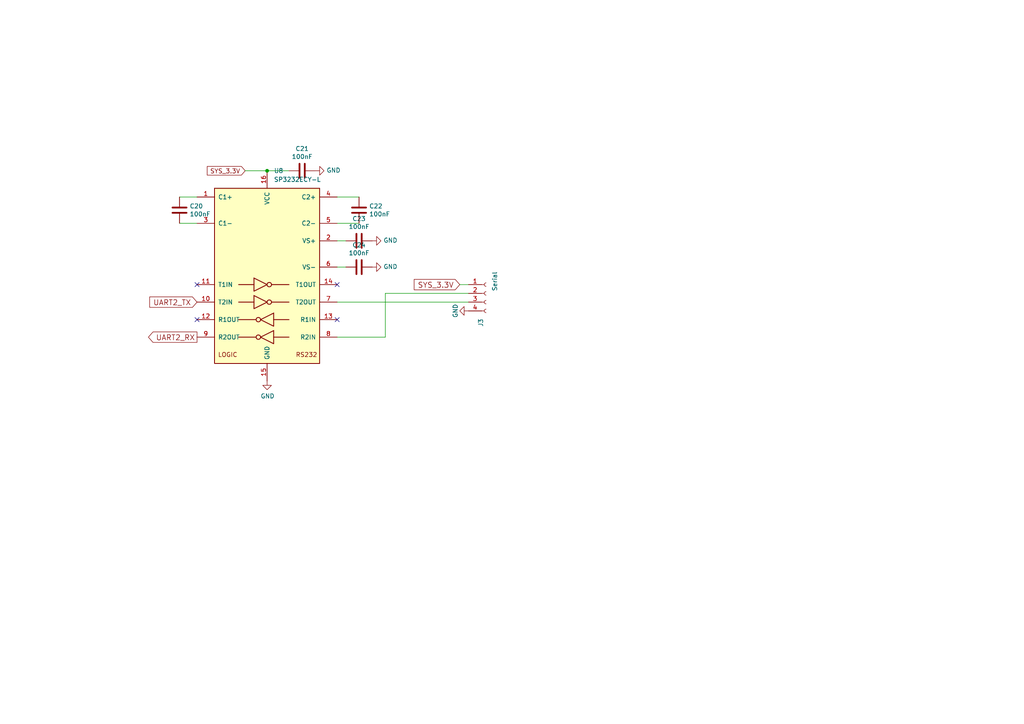
<source format=kicad_sch>
(kicad_sch (version 20230121) (generator eeschema)
  (paper "A4")
  (lib_symbols
    (symbol "Connector:Conn_01x04_Female" (pin_names (offset 1.016) hide)
      (property "Reference" "J" (at 0 5.08 0))
      (property "Value" "Conn_01x04_Female" (at 0 -7.62 0))
      (symbol "Conn_01x04_Female_1_1"
        (arc (start 0 -4.572) (mid -0.5058 -5.08) (end 0 -5.588) (stroke (width 0.1524)))
        (arc (start 0 -2.032) (mid -0.5058 -2.54) (end 0 -3.048) (stroke (width 0.1524)))
        (polyline (pts (xy -1.27 -5.08) (xy -0.508 -5.08)) (stroke (width 0.1524)))
        (polyline (pts (xy -1.27 -2.54) (xy -0.508 -2.54)) (stroke (width 0.1524)))
        (polyline (pts (xy -1.27 0) (xy -0.508 0)) (stroke (width 0.1524)))
        (polyline (pts (xy -1.27 2.54) (xy -0.508 2.54)) (stroke (width 0.1524)))
        (arc (start 0 0.508) (mid -0.5058 0) (end 0 -0.508) (stroke (width 0.1524)))
        (arc (start 0 3.048) (mid -0.5058 2.54) (end 0 2.032) (stroke (width 0.1524)))
        (pin passive line (at -5.08 2.54 0) (length 3.81) (name "Pin_1") (number "1"))
        (pin passive line (at -5.08 0 0) (length 3.81) (name "Pin_2") (number "2"))
        (pin passive line (at -5.08 -2.54 0) (length 3.81) (name "Pin_3") (number "3"))
        (pin passive line (at -5.08 -5.08 0) (length 3.81) (name "Pin_4") (number "4"))
      )
    )
    (symbol "Device:C" (pin_numbers hide) (pin_names (offset 0.254))
      (property "Reference" "C" (at 0.635 2.54 0))
      (property "Value" "C" (at 0.635 -2.54 0))
      (symbol "C_0_1"
        (polyline (pts (xy -2.032 -0.762) (xy 2.032 -0.762)) (stroke (width 0.508)))
        (polyline (pts (xy -2.032 0.762) (xy 2.032 0.762)) (stroke (width 0.508)))
      )
      (symbol "C_1_1"
        (pin passive line (at 0 3.81 270) (length 2.794) (name "~") (number "1"))
        (pin passive line (at 0 -3.81 90) (length 2.794) (name "~") (number "2"))
      )
    )
    (symbol "Interface_UART:MAX3232" (pin_names (offset 1.016))
      (property "Reference" "U" (at -2.54 28.575 0))
      (property "Value" "MAX3232" (at -2.54 26.67 0))
      (symbol "MAX3232_0_0"
        (text "LOGIC" (at -11.43 -22.86 0) (effects (font (size 1.27 1.27))))
        (text "RS232" (at 11.43 -22.86 0) (effects (font (size 1.27 1.27))))
      )
      (symbol "MAX3232_0_1"
        (rectangle (start -15.24 -25.4) (end 15.24 25.4) (stroke (width 0.254)) (fill (type background)))
        (circle (center -2.54 -17.78) (radius 0.635) (stroke (width 0.254)))
        (circle (center -2.54 -12.7) (radius 0.635) (stroke (width 0.254)))
        (polyline (pts (xy -3.81 -7.62) (xy -8.255 -7.62)) (stroke (width 0.254)))
        (polyline (pts (xy -3.81 -2.54) (xy -8.255 -2.54)) (stroke (width 0.254)))
        (polyline (pts (xy -3.175 -17.78) (xy -8.255 -17.78)) (stroke (width 0.254)))
        (polyline (pts (xy -3.175 -12.7) (xy -8.255 -12.7)) (stroke (width 0.254)))
        (polyline (pts (xy 1.27 -7.62) (xy 6.35 -7.62)) (stroke (width 0.254)))
        (polyline (pts (xy 1.27 -2.54) (xy 6.35 -2.54)) (stroke (width 0.254)))
        (polyline (pts (xy 1.905 -17.78) (xy 6.35 -17.78)) (stroke (width 0.254)))
        (polyline (pts (xy 1.905 -12.7) (xy 6.35 -12.7)) (stroke (width 0.254)))
        (polyline (pts (xy -3.81 -5.715) (xy -3.81 -9.525) (xy 0 -7.62) (xy -3.81 -5.715)) (stroke (width 0.254)))
        (polyline (pts (xy -3.81 -0.635) (xy -3.81 -4.445) (xy 0 -2.54) (xy -3.81 -0.635)) (stroke (width 0.254)))
        (polyline (pts (xy 1.905 -15.875) (xy 1.905 -19.685) (xy -1.905 -17.78) (xy 1.905 -15.875)) (stroke (width 0.254)))
        (polyline (pts (xy 1.905 -10.795) (xy 1.905 -14.605) (xy -1.905 -12.7) (xy 1.905 -10.795)) (stroke (width 0.254)))
        (circle (center 0.635 -7.62) (radius 0.635) (stroke (width 0.254)))
        (circle (center 0.635 -2.54) (radius 0.635) (stroke (width 0.254)))
      )
      (symbol "MAX3232_1_1"
        (pin passive line (at -20.32 22.86 0) (length 5.08) (name "C1+") (number "1"))
        (pin input line (at -20.32 -7.62 0) (length 5.08) (name "T2IN") (number "10"))
        (pin input line (at -20.32 -2.54 0) (length 5.08) (name "T1IN") (number "11"))
        (pin output line (at -20.32 -12.7 0) (length 5.08) (name "R1OUT") (number "12"))
        (pin input line (at 20.32 -12.7 180) (length 5.08) (name "R1IN") (number "13"))
        (pin output line (at 20.32 -2.54 180) (length 5.08) (name "T1OUT") (number "14"))
        (pin power_in line (at 0 -30.48 90) (length 5.08) (name "GND") (number "15"))
        (pin power_in line (at 0 30.48 270) (length 5.08) (name "VCC") (number "16"))
        (pin power_out line (at 20.32 10.16 180) (length 5.08) (name "VS+") (number "2"))
        (pin passive line (at -20.32 15.24 0) (length 5.08) (name "C1-") (number "3"))
        (pin passive line (at 20.32 22.86 180) (length 5.08) (name "C2+") (number "4"))
        (pin passive line (at 20.32 15.24 180) (length 5.08) (name "C2-") (number "5"))
        (pin power_out line (at 20.32 2.54 180) (length 5.08) (name "VS-") (number "6"))
        (pin output line (at 20.32 -7.62 180) (length 5.08) (name "T2OUT") (number "7"))
        (pin input line (at 20.32 -17.78 180) (length 5.08) (name "R2IN") (number "8"))
        (pin output line (at -20.32 -17.78 0) (length 5.08) (name "R2OUT") (number "9"))
      )
    )
    (symbol "power:GND" (power) (pin_names (offset 0))
      (property "Value" "GND" (at 0 -3.81 0))
      (symbol "GND_0_1"
        (polyline (pts (xy 0 0) (xy 0 -1.27) (xy 1.27 -1.27) (xy 0 -2.54) (xy -1.27 -1.27) (xy 0 -1.27)))
      )
      (symbol "GND_1_1"
        (pin power_in line (at 0 0 270) (length 0) hide (name "GND") (number "1"))
      )
    )
  )
  (junction (at 77.47 49.53))
  (no_connect (at 57.15 82.55))
  (no_connect (at 97.79 92.71))
  (no_connect (at 97.79 82.55))
  (no_connect (at 57.15 92.71))
  (wire (pts (xy 97.79 87.63) (xy 135.89 87.63)))
  (wire (pts (xy 104.14 57.15) (xy 97.79 57.15)))
  (wire (pts (xy 135.89 82.55) (xy 133.35 82.55)))
  (wire (pts (xy 57.15 57.15) (xy 52.07 57.15)))
  (wire (pts (xy 111.76 85.09) (xy 111.76 97.79)))
  (wire (pts (xy 97.79 64.77) (xy 104.14 64.77)))
  (wire (pts (xy 71.12 49.53) (xy 77.47 49.53)))
  (wire (pts (xy 97.79 69.85) (xy 100.33 69.85)))
  (wire (pts (xy 111.76 97.79) (xy 97.79 97.79)))
  (wire (pts (xy 100.33 77.47) (xy 97.79 77.47)))
  (wire (pts (xy 83.82 49.53) (xy 77.47 49.53)))
  (wire (pts (xy 57.15 64.77) (xy 52.07 64.77)))
  (wire (pts (xy 111.76 85.09) (xy 135.89 85.09)))
  (global_label "UART2_TX" (shape input) (at 57.15 87.63 180) (effects (font (size 1.524 1.524))) (property "Intersheetrefs" "${INTERSHEET_REFS}" (effects hide)))
  (global_label "SYS_3.3V" (shape input) (at 71.12 49.53 180) (property "Intersheetrefs" "${INTERSHEET_REFS}" (effects hide)))
  (global_label "SYS_3.3V" (shape input) (at 133.35 82.55 180) (effects (font (size 1.524 1.524))) (property "Intersheetrefs" "${INTERSHEET_REFS}" (effects hide)))
  (global_label "UART2_RX" (shape output) (at 57.15 97.79 180) (effects (font (size 1.524 1.524))) (property "Intersheetrefs" "${INTERSHEET_REFS}" (effects hide)))
  (symbol (lib_id "Device:C") (at 104.14 77.47 270) (unit 1)
    (property "Reference" "C24" (at 104.14 71.0692 90))
    (property "Value" "100nF" (at 104.14 73.3806 90))
    (property "Footprint" "Capacitor_SMD:C_0603_1608Metric" (effects hide))
    (property "Datasheet" "https://datasheet.lcsc.com/szlcsc/YAGEO-CC0805KRX7R9BB104_C49678.pdf" (effects hide))
    (property "ManufacturerPartNumber" "CC0603KRX7R9BB104" (effects hide))
    (property "Package" "0805" (effects hide))
    (property "LCSC Part #" "C14663" (effects hide))
    (property "Manufacturer" "Samsung Electro-Mechanics" (effects hide))
    (property "IncludeInBOM" "TRUE" (effects hide))
    (instances (project "WiRoc_NanoPi" (path "" (reference "C24") (unit 1))) (project "BTSerialClient" (path "" (reference "C7") (unit 1))))
  )
  (symbol (lib_id "power:GND") (at 107.95 77.47 90) (unit 1)
    (property "Reference" "#PWR026" (effects hide))
    (property "Value" "GND" (at 111.2012 77.343 90) (effects (justify right)))
    (instances (project "WiRoc_NanoPi" (path "" (reference "#PWR026") (unit 1))) (project "BTSerialClient" (path "" (reference "#PWR013") (unit 1))))
  )
  (symbol (lib_id "Device:C") (at 52.07 60.96 0) (unit 1)
    (property "Reference" "C20" (at 54.991 59.7916 0) (effects (justify left)))
    (property "Value" "100nF" (at 54.991 62.103 0) (effects (justify left)))
    (property "Footprint" "Capacitor_SMD:C_0603_1608Metric" (effects hide))
    (property "Datasheet" "https://datasheet.lcsc.com/szlcsc/YAGEO-CC0805KRX7R9BB104_C49678.pdf" (effects hide))
    (property "ManufacturerPartNumber" "CC0603KRX7R9BB104" (effects hide))
    (property "Package" "0805" (effects hide))
    (property "LCSC Part #" "C14663" (effects hide))
    (property "Manufacturer" "Samsung Electro-Mechanics" (effects hide))
    (property "IncludeInBOM" "TRUE" (effects hide))
    (instances (project "WiRoc_NanoPi" (path "" (reference "C20") (unit 1))) (project "BTSerialClient" (path "" (reference "C2") (unit 1))))
  )
  (symbol (lib_id "Device:C") (at 104.14 69.85 270) (unit 1)
    (property "Reference" "C23" (at 104.14 63.4492 90))
    (property "Value" "100nF" (at 104.14 65.7606 90))
    (property "Footprint" "Capacitor_SMD:C_0603_1608Metric" (effects hide))
    (property "Datasheet" "https://datasheet.lcsc.com/szlcsc/YAGEO-CC0805KRX7R9BB104_C49678.pdf" (effects hide))
    (property "ManufacturerPartNumber" "CC0603KRX7R9BB104" (effects hide))
    (property "Package" "0805" (effects hide))
    (property "LCSC Part #" "C14663" (effects hide))
    (property "Manufacturer" "Samsung Electro-Mechanics" (effects hide))
    (property "IncludeInBOM" "TRUE" (effects hide))
    (instances (project "WiRoc_NanoPi" (path "" (reference "C23") (unit 1))) (project "BTSerialClient" (path "" (reference "C6") (unit 1))))
  )
  (symbol (lib_id "power:GND") (at 107.95 69.85 90) (unit 1)
    (property "Reference" "#PWR025" (effects hide))
    (property "Value" "GND" (at 111.2012 69.723 90) (effects (justify right)))
    (instances (project "WiRoc_NanoPi" (path "" (reference "#PWR025") (unit 1))) (project "BTSerialClient" (path "" (reference "#PWR012") (unit 1))))
  )
  (symbol (lib_id "power:GND") (at 91.44 49.53 90) (unit 1)
    (property "Reference" "#PWR023" (effects hide))
    (property "Value" "GND" (at 94.6912 49.403 90) (effects (justify right)))
    (instances (project "WiRoc_NanoPi" (path "" (reference "#PWR023") (unit 1))) (project "BTSerialClient" (path "" (reference "#PWR011") (unit 1))))
  )
  (symbol (lib_id "Interface_UART:MAX3232") (at 77.47 80.01 0) (unit 1)
    (property "Reference" "U8" (at 79.4259 49.53 0) (effects (justify left)))
    (property "Value" "SP3232ECY-L" (at 79.4259 52.07 0) (effects (justify left)))
    (property "Footprint" "Package_SO:TSSOP-16_4.4x5mm_P0.65mm" (effects hide))
    (property "Datasheet" "https://datasheet.lcsc.com/lcsc/2304140030_MaxLinear-SP3232ECY-L_C31142.pdf" (effects hide))
    (property "IncludeInBOM" "TRUE" (effects hide))
    (property "ManufacturerPartNumber" "SP3232ECY-L" (effects hide))
    (property "Package" "TSSOP-16" (effects hide))
    (property "ThroughHole" "FALSE" (effects hide))
    (property "LCSC Part #" "C31142" (effects hide))
    (property "JLCPCB Rotation Offset" "-90" (effects hide))
    (property "Original" "Yes" (effects hide))
  )
  (symbol (lib_id "power:GND") (at 77.47 110.49 0) (unit 1)
    (property "Reference" "#PWR024" (effects hide))
    (property "Value" "GND" (at 77.597 114.8842 0))
    (instances (project "WiRoc_NanoPi" (path "" (reference "#PWR024") (unit 1))) (project "BTSerialClient" (path "" (reference "#PWR010") (unit 1))))
  )
  (symbol (lib_id "Device:C") (at 104.14 60.96 0) (unit 1)
    (property "Reference" "C22" (at 107.061 59.7916 0) (effects (justify left)))
    (property "Value" "100nF" (at 107.061 62.103 0) (effects (justify left)))
    (property "Footprint" "Capacitor_SMD:C_0603_1608Metric" (effects hide))
    (property "Datasheet" "https://datasheet.lcsc.com/szlcsc/YAGEO-CC0805KRX7R9BB104_C49678.pdf" (effects hide))
    (property "ManufacturerPartNumber" "CC0603KRX7R9BB104" (effects hide))
    (property "Package" "0805" (effects hide))
    (property "LCSC Part #" "C14663" (effects hide))
    (property "Manufacturer" "Samsung Electro-Mechanics" (effects hide))
    (property "IncludeInBOM" "TRUE" (effects hide))
    (instances (project "WiRoc_NanoPi" (path "" (reference "C22") (unit 1))) (project "BTSerialClient" (path "" (reference "C5") (unit 1))))
  )
  (symbol (lib_id "Device:C") (at 87.63 49.53 270) (unit 1)
    (property "Reference" "C21" (at 87.63 43.1292 90))
    (property "Value" "100nF" (at 87.63 45.4406 90))
    (property "Footprint" "Capacitor_SMD:C_0603_1608Metric" (effects hide))
    (property "Datasheet" "https://datasheet.lcsc.com/szlcsc/YAGEO-CC0805KRX7R9BB104_C49678.pdf" (effects hide))
    (property "Package" "0805" (effects hide))
    (property "ManufacturerPartNumber" "CC0603KRX7R9BB104" (effects hide))
    (property "LCSC Part #" "C14663" (effects hide))
    (property "Manufacturer" "Samsung Electro-Mechanics" (effects hide))
    (property "IncludeInBOM" "TRUE" (effects hide))
    (instances (project "WiRoc_NanoPi" (path "" (reference "C21") (unit 1))) (project "BTSerialClient" (path "" (reference "C4") (unit 1))))
  )
  (symbol (lib_id "Connector:Conn_01x04_Female") (at 140.97 85.09 0) (unit 1) (in_bom no)
    (property "Reference" "J3" (at 139.446 92.4052 90) (effects (justify right)))
    (property "Value" "Serial" (at 143.51 78.74 90) (effects (justify right)))
    (property "Footprint" "WiRoc:SerialConnPads" (effects hide))
    (property "IncludeInBOM" "FALSE" (effects hide))
    (property "ThroughHole" "TRUE" (effects hide))
  )
  (symbol (lib_id "power:GND") (at 135.89 90.17 270) (unit 1)
    (property "Reference" "#PWR0115" (effects hide))
    (property "Value" "GND" (at 132.08 90.17 0))
    (instances (project "WiRoc_NanoPi" (path "" (reference "#PWR0115") (unit 1)) (path "" (reference "#PWR031") (unit 1))))
  )
)
</source>
